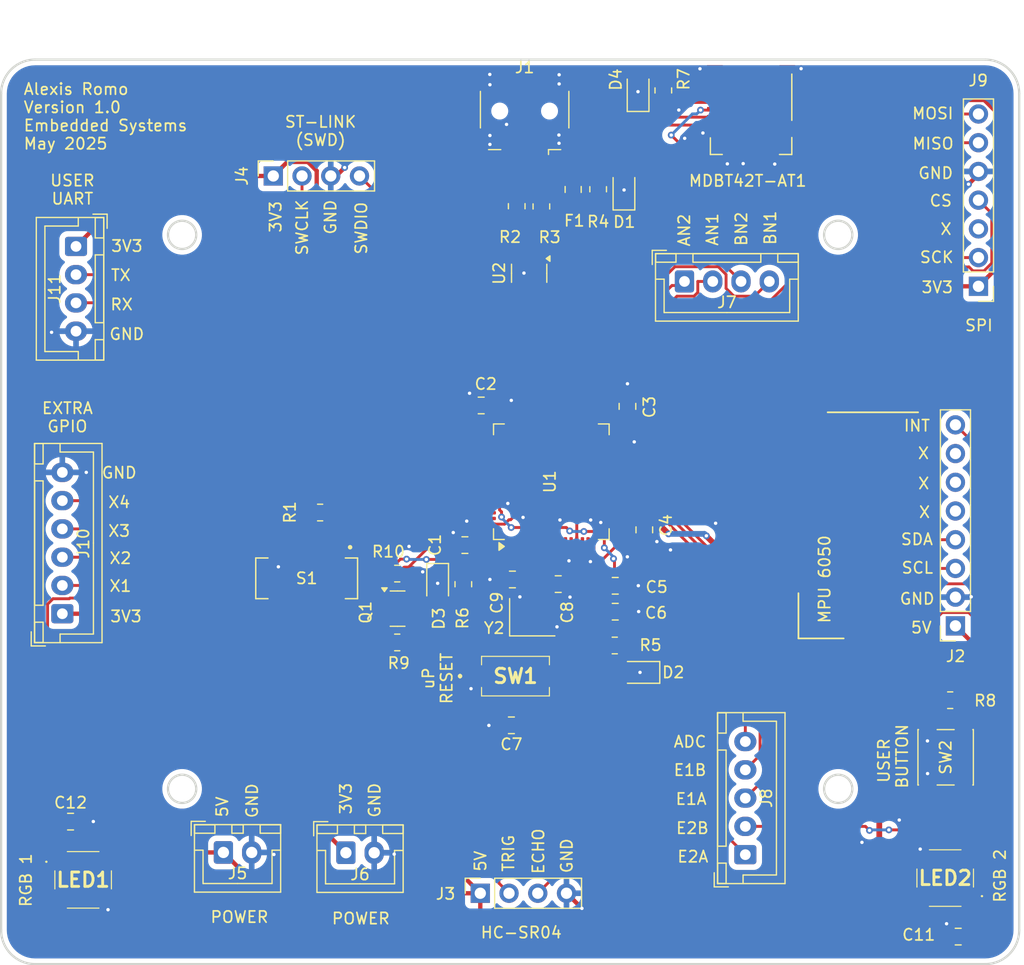
<source format=kicad_pcb>
(kicad_pcb (version 20241229) (generator "pcbnew") (generator_version "9.0")
  (layers (0 "F.Cu" signal) (2 "B.Cu" signal) (13 "F.Paste" user) (15 "B.Paste" user) (5 "F.SilkS" user "F.Silkscreen") (7 "B.SilkS" user "B.Silkscreen") (1 "F.Mask" user) (3 "B.Mask" user) (25 "Edge.Cuts" user))
  (net 0 "")
  (net 2 "/PS2_SCK")
  (net 3 "/PS2_MISO")
  (net 5 "/PS2_CS")
  (net 6 "/PS2_MOSI")
  (net 7 "Net-(U1-PA1)")
  (net 9 "/X4")
  (net 10 "/X3")
  (net 11 "/X1")
  (net 12 "/X2")
  (net 13 "/USER_TX")
  (net 16 "/USER_RX")
  (net 21 "/RESET")
  (net 28 "+3V3")
  (net 29 "GND")
  (net 33 "Net-(R1-Pad2)")
  (net 34 "/BOOT")
  (net 35 "/OSC_OUT")
  (net 36 "/OSC_IN")
  (net 37 "Net-(D1-A)")
  (net 39 "/D+")
  (net 40 "/D-")
  (net 41 "Net-(J1-VBUS)")
  (net 42 "/USB_CONN_D+")
  (net 43 "/USB_CONN_D-")
  (net 44 "Vusb")
  (net 45 "/USB_D+")
  (net 46 "/USB_D-")
  (net 47 "Net-(D2-A)")
  (net 48 "Net-(D3-A)")
  (net 49 "/USER_LED")
  (net 51 "+5V")
  (net 52 "/IMU_INT")
  (net 54 "/IMU_I2C_SCL")
  (net 56 "/IMU_I2C_SDA")
  (net 65 "Net-(D4-A)")
  (net 66 "/BL_WAKEUP")
  (net 67 "/BL_RX")
  (net 68 "/BL_TX")
  (net 69 "Net-(MDBT42T-AT1-INDICATOR)")
  (net 70 "/ULTRA_TRIG")
  (net 71 "/ULTRA_ECHO")
  (net 72 "/SWCLK")
  (net 73 "/SWDIO")
  (net 74 "/uBUTTON")
  (net 75 "/BN1")
  (net 76 "/AN1")
  (net 77 "/AN2")
  (net 78 "/BN2")
  (net 79 "/E2A")
  (net 80 "/E2B")
  (net 81 "/E1A")
  (net 82 "/E1B")
  (net 83 "/PWR_ADC")
  (net 84 "Net-(LED1-DOUT)")
  (net 85 "Net-(LED1-DIN)")
  (net 87 "/RGB_DIN")
  (footprint "Resistor_SMD:R_0805_2012Metric_Pad1.20x1.40mm_HandSolder" (layer "F.Cu") (at 137.68 42.715 -90)
    (property "Reference" "R2")
    (property "Value" "22")
  )
  (footprint "Package_QFP:LQFP-64_10x10mm_P0.5mm" (layer "F.Cu") (at 140.74 67.085 90)
    (property "Reference" "U1")
    (property "Value" "STM32F103RCTx")
  )
  (footprint "Resistor_SMD:R_0805_2012Metric_Pad1.20x1.40mm_HandSolder" (layer "F.Cu") (at 127.1175 81.3 180)
    (property "Reference" "R9")
    (property "Value" "10k")
  )
  (footprint "Resistor_SMD:R_0805_2012Metric_Pad1.20x1.40mm_HandSolder" (layer "F.Cu") (at 139.86 42.735 90)
    (property "Reference" "R3")
    (property "Value" "22")
  )
  (footprint "Capacitor_SMD:C_0805_2012Metric_Pad1.18x1.45mm_HandSolder" (layer "F.Cu") (at 98.2375 97.15)
    (property "Reference" "C12")
    (property "Value" "0.1uF")
  )
  (footprint "Connector_JST:JST_XH_B2B-XH-A_1x02_P2.50mm_Vertical" (layer "F.Cu") (at 122.58 99.9)
    (property "Reference" "J6")
    (property "Value" "CONN_3V3")
  )
  (footprint "Connector_PinHeader_2.54mm:PinHeader_1x07_P2.54mm_Vertical" (layer "F.Cu") (at 178.5 49.8 180)
    (property "Reference" "J9")
    (property "Value" "CONN_PS2")
  )
  (footprint "Connector_JST:JST_XH_B5B-XH-A_1x05_P2.50mm_Vertical" (layer "F.Cu") (at 157.89 100.07 90)
    (property "Reference" "J8")
    (property "Value" "CONN_HAL")
  )
  (footprint "Connector_PinSocket_2.54mm:PinSocket_1x08_P2.54mm_Vertical" (layer "F.Cu") (at 176.465 79.835 180)
    (property "Reference" "J2")
    (property "Value" "CONN_MPU6050")
  )
  (footprint "LED_SMD:LED_0805_2012Metric_Pad1.15x1.40mm_HandSolder" (layer "F.Cu") (at 148.41 32.475 90)
    (property "Reference" "D4")
    (property "Value" "BL_IND_LED")
  )
  (footprint "Package_TO_SOT_SMD:SOT-23" (layer "F.Cu") (at 127.1475 78.31)
    (property "Reference" "Q1")
    (property "Value" "BSS138")
  )
  (footprint "LED_SMD:LED_0805_2012Metric_Pad1.15x1.40mm_HandSolder" (layer "F.Cu") (at 130.69 76.18 -90)
    (property "Reference" "D3")
    (property "Value" "USER_LED")
  )
  (footprint "Resistor_SMD:R_0805_2012Metric_Pad1.20x1.40mm_HandSolder" (layer "F.Cu") (at 146.3475 81.57)
    (property "Reference" "R5")
    (property "Value" "10k")
  )
  (footprint "RGB_LED:INPI55TATPRPGPB" (layer "F.Cu") (at 99.35 102.3)
    (property "Reference" "LED1")
    (property "Value" "IN-PI55TATPRPGPB" (hide yes))
  )
  (footprint "Fuse:Fuse_0805_2012Metric_Pad1.15x1.40mm_HandSolder" (layer "F.Cu") (at 142.67 41.235 -90)
    (property "Reference" "F1")
    (property "Value" "PTCSMD")
  )
  (footprint "Capacitor_SMD:C_0805_2012Metric_Pad1.18x1.45mm_HandSolder" (layer "F.Cu") (at 137.3 75.73 180)
    (property "Reference" "C9")
    (property "Value" "22pF")
  )
  (footprint "Resistor_SMD:R_0805_2012Metric_Pad1.20x1.40mm_HandSolder" (layer "F.Cu") (at 127.1175 75.21 180)
    (property "Reference" "R10")
    (property "Value" "10k")
  )
  (footprint "Connector_PinSocket_2.54mm:PinSocket_1x04_P2.54mm_Vertical" (layer "F.Cu") (at 116.16 40.04 90)
    (property "Reference" "J4")
    (property "Value" "CONN_SWD")
  )
  (footprint "Resistor_SMD:R_0805_2012Metric_Pad1.20x1.40mm_HandSolder" (layer "F.Cu") (at 176 86.41)
    (property "Reference" "R8")
    (property "Value" "10k")
  )
  (footprint "Connector_JST:JST_XH_B4B-XH-A_1x04_P2.50mm_Vertical" (layer "F.Cu") (at 98.72 46.27 -90)
    (property "Reference" "J11")
    (property "Value" "CONN_UART")
  )
  (footprint "MDBT42T-AT:MDBT42T" (layer "F.Cu") (at 158.4 32.54)
    (property "Reference" "MDBT42T-AT1" (hide yes))
    (property "Value" "MDBT42T-AT" (hide yes))
  )
  (footprint "Capacitor_SMD:C_0805_2012Metric_Pad1.18x1.45mm_HandSolder" (layer "F.Cu") (at 134.54 60.34 180)
    (property "Reference" "C2")
    (property "Value" "0.1uF")
  )
  (footprint "Resistor_SMD:R_0805_2012Metric_Pad1.20x1.40mm_HandSolder" (layer "F.Cu") (at 132.96 76.15 -90)
    (property "Reference" "R6")
    (property "Value" "10k")
  )
  (footprint "Resistor_SMD:R_0805_2012Metric_Pad1.20x1.40mm_HandSolder" (layer "F.Cu") (at 150.64 32.475 90)
    (property "Reference" "R7")
    (property "Value" "10k")
  )
  (footprint "Capacitor_SMD:C_0805_2012Metric_Pad1.18x1.45mm_HandSolder" (layer "F.Cu") (at 148.96 71.34 -90)
    (property "Reference" "C4")
    (property "Value" "0.1uF")
  )
  (footprint "Package_TO_SOT_SMD:SOT-23-6" (layer "F.Cu") (at 138.78 48.6475 -90)
    (property "Reference" "U2")
    (property "Value" "USBLC6-2SC6")
  )
  (footprint "Capacitor_SMD:C_0805_2012Metric_Pad1.18x1.45mm_HandSolder" (layer "F.Cu") (at 146.39 76.29)
    (property "Reference" "C5")
    (property "Value" "0.1uF")
  )
  (footprint "Connector_PinSocket_2.54mm:PinSocket_1x04_P2.54mm_Vertical" (layer "F.Cu") (at 134.46 103.485 90)
    (property "Reference" "J3")
    (property "Value" "CONN_ULTRA")
  )
  (footprint "Connector_JST:JST_XH_B4B-XH-A_1x04_P2.50mm_Vertical" (layer "F.Cu") (at 152.51 49.37)
    (property "Reference" "J7")
    (property "Value" "CONN_DRIVE")
  )
  (footprint "Crystal:Crystal_SMD_Abracon_ABM8G-4Pin_3.2x2.5mm" (layer "F.Cu") (at 139.0525 79.07)
    (property "Reference" "Y2")
    (property "Value" "16MHz")
  )
  (footprint "SW_uP_Reset:SW_uP_Reset" (layer "F.Cu") (at 137.57 84.28)
    (property "Reference" "SW1")
    (property "Value" "SW_uP_Reset" (hide yes))
  )
  (footprint "Capacitor_SMD:C_0805_2012Metric_Pad1.18x1.45mm_HandSolder" (layer "F.Cu") (at 146.39 78.58)
    (property "Reference" "C6")
    (property "Value" "10uF")
  )
  (footprint "Connector_JST:JST_XH_B2B-XH-A_1x02_P2.50mm_Vertical" (layer "F.Cu") (at 111.75 99.875)
    (property "Reference" "J5")
    (property "Value" "CONN_5V")
  )
  (footprint "LED_SMD:LED_0805_2012Metric_Pad1.15x1.40mm_HandSolder" (layer "F.Cu") (at 148.4675 83.95 180)
    (property "Reference" "D2")
    (property "Value" "uP_PWR_LED")
  )
  (footprint "Capacitor_SMD:C_0805_2012Metric_Pad1.18x1.45mm_HandSolder" (layer "F.Cu") (at 133.1 72.69 180)
    (property "Reference" "C1")
    (property "Value" "0.1uF")
  )
  (footprint "RGB_LED:INPI55TATPRPGPB" (layer "F.Cu") (at 175.56 102.14 180)
    (property "Reference" "LED2")
    (property "Value" "IN-PI55TATPRPGPB" (hide yes))
  )
  (footprint "Capacitor_SMD:C_0805_2012Metric_Pad1.18x1.45mm_HandSolder" (layer "F.Cu") (at 141.35 76.14)
    (property "Reference" "C8")
    (property "Value" "22pF")
  )
  (footprint "Resistor_SMD:R_0805_2012Metric_Pad1.20x1.40mm_HandSolder" (layer "F.Cu") (at 120.3 69.81 180)
    (property "Reference" "R1")
    (property "Value" "10k")
  )
  (footprint "Connector_JST:JST_XH_B6B-XH-A_1x06_P2.50mm_Vertical" (layer "F.Cu") (at 97.51 78.76 90)
    (property "Reference" "J10")
    (property "Value" "CONN_TRACK")
  )
  (footprint "Capacitor_SMD:C_0805_2012Metric_Pad1.18x1.45mm_HandSolder" (layer "F.Cu") (at 147.47 60.42 90)
    (property "Reference" "C3")
    (property "Value" "0.1uF")
  )
  (footprint "Button_Switch_SMD:SW_SPST_PTS647_Sx50" (layer "F.Cu") (at 175.6 91.46 -90)
    (property "Reference" "SW2")
    (property "Value" "SW_USER")
  )
  (footprint "LED_SMD:LED_0805_2012Metric_Pad1.15x1.40mm_HandSolder" (layer "F.Cu") (at 147.16 41.185 90)
    (property "Reference" "D1")
    (property "Value" "USB_PWR_LED")
  )
  (footprint "SW_uP_Boot:SW_uP_Boot" (layer "F.Cu") (at 119.11 75.63 180)
    (property "Reference" "S1")
    (property "Value" "JS202011SCQN")
  )
  (footprint "Capacitor_SMD:C_0805_2012Metric_Pad1.18x1.45mm_HandSolder" (layer "F.Cu") (at 176.71 107.32 180)
    (property "Reference" "C11")
    (property "Value" "0.1uF")
  )
  (footprint "Connector_USB:USB_Mini-B_Lumberg_2486_01_Horizontal" (layer "F.Cu") (at 138.38 34.3 180)
    (property "Reference" "J1")
    (property "Value" "USB_B_Mini")
  )
  (footprint "Capacitor_SMD:C_0805_2012Metric_Pad1.18x1.45mm_HandSolder" (layer "F.Cu") (at 137.21 88.63 180)
    (property "Reference" "C7")
    (property "Value" "0.01uF")
  )
  (footprint "Resistor_SMD:R_0805_2012Metric_Pad1.20x1.40mm_HandSolder" (layer "F.Cu") (at 144.88 41.215 90)
    (property "Reference" "R4")
    (property "Value" "10k")
  )
  (gr_line (start 162.585 80.945) (end 166.585 80.945) (stroke (width 0.15)) (layer "F.SilkS"))
  (gr_line (start 162.585 80.945) (end 162.585 76.945) (stroke (width 0.15)) (layer "F.SilkS"))
  (gr_line (start 173.165 60.945) (end 165.165 60.945) (stroke (width 0.15)) (layer "F.SilkS"))
  (gr_arc (start 179.1 29.750001) (mid 181.22132 30.628681) (end 182.1 32.750001) (stroke (width 0.2)) (layer "Edge.Cuts"))
  (gr_arc (start 182.1 106.750001) (mid 181.22132 108.871321) (end 179.1 109.750001) (stroke (width 0.2)) (layer "Edge.Cuts"))
  (gr_line (start 179.1 29.750001) (end 95.100001 29.750001) (stroke (width 0.2)) (layer "Edge.Cuts"))
  (gr_circle (center 108.1 94.250001) (end 109.35 94.250001) (stroke (width 0.2)) (fill no) (layer "Edge.Cuts"))
  (gr_circle (center 108.1 45.250001) (end 109.35 45.250001) (stroke (width 0.2)) (fill no) (layer "Edge.Cuts"))
  (gr_line (start 179.1 109.750001) (end 95.100001 109.750001) (stroke (width 0.2)) (layer "Edge.Cuts"))
  (gr_arc (start 95.100001 109.750001) (mid 92.97868 108.871321) (end 92.1 106.75) (stroke (width 0.2)) (layer "Edge.Cuts"))
  (gr_arc (start 92.1 32.750002) (mid 92.97868 30.628681) (end 95.100001 29.750001) (stroke (width 0.2)) (layer "Edge.Cuts"))
  (gr_line (start 182.1 106.750001) (end 182.1 32.750001) (stroke (width 0.2)) (layer "Edge.Cuts"))
  (gr_circle (center 166.1 94.250001) (end 167.35 94.250001) (stroke (width 0.2)) (fill no) (layer "Edge.Cuts"))
  (gr_circle (center 166.1 45.250001) (end 167.35 45.250001) (stroke (width 0.2)) (fill no) (layer "Edge.Cuts"))
  (gr_line (start 92.1 106.75) (end 92.1 32.750002) (stroke (width 0.2)) (layer "Edge.Cuts"))
  (gr_text "5V" (at 111.65 95.84 90) (layer "F.SilkS") (effects (font (size 1 1))))
  (gr_text "X2" (at 102.65 73.85 0) (layer "F.SilkS") (effects (font (size 1 1))))
  (gr_text "ECHO" (at 139.6 99.77 90) (layer "F.SilkS") (effects (font (size 1 1))))
  (gr_text "E1B" (at 153 92.59 0) (layer "F.SilkS") (effects (font (size 1 1))))
  (gr_text "AN1" (at 154.98 44.77 90) (layer "F.SilkS") (effects (font (size 1 1))))
  (gr_text "X" (at 173.73 69.78 0) (layer "F.SilkS") (effects (font (size 1 1))))
  (gr_text "GND" (at 121.22 43.68 90) (layer "F.SilkS") (effects (font (size 1 1))))
  (gr_text "MOSI" (at 174.46 34.51 0) (layer "F.SilkS") (effects (font (size 1 1))))
  (gr_text "3V3" (at 103.22 46.24 0) (layer "F.SilkS") (effects (font (size 1 1))))
  (gr_text "E2A" (at 153.25 100.25 0) (layer "F.SilkS") (effects (font (size 1 1))))
  (gr_text "TX" (at 102.68 48.82 0) (layer "F.SilkS") (effects (font (size 1 1))))
  (gr_text "GND" (at 103.21 54.03 0) (layer "F.SilkS") (effects (font (size 1 1))))
  (gr_text "Alexis Romo\nVersion 1.0\nEmbedded Systems\nMay 2025" (at 94.012119 34.773208 0) (layer "F.SilkS") (effects (font (size 1 1)) (justify left)))
  (gr_text "HC-SR04" (at 138.08 106.96 0) (layer "F.SilkS") (effects (font (size 1 1))))
  (gr_text "3V3" (at 116.37 43.65 90) (layer "F.SilkS") (effects (font (size 1 1))))
  (gr_text "E1A" (at 153.1 95.15 0) (layer "F.SilkS") (effects (font (size 1 1))))
  (gr_text "X" (at 175.63 44.74 0) (layer "F.SilkS") (effects (font (size 1 1))))
  (gr_text "RX" (at 102.75 51.41 0) (layer "F.SilkS") (effects (font (size 1 1))))
  (gr_text "X4" (at 102.54 68.9 0) (layer "F.SilkS") (effects (font (size 1 1))))
  (gr_text "SCL" (at 173.1 74.7 0) (layer "F.SilkS") (effects (font (size 1 1))))
  (gr_text "SDA" (at 173.06 72.18 0) (layer "F.SilkS") (effects (font (size 1 1))))
  (gr_text "POWER" (at 123.9 105.72 0) (layer "F.SilkS") (effects (font (size 1 1))))
  (gr_text "GND" (at 125.12 95.26 90) (layer "F.SilkS") (effects (font (size 1 1))))
  (gr_text "3V3" (at 174.86 49.89 0) (layer "F.SilkS") (effects (font (size 1 1))))
  (gr_text "GND" (at 114.29 95.3 90) (layer "F.SilkS") (effects (font (size 1 1))))
  (gr_text "3V3" (at 103.14 79 0) (layer "F.SilkS") (effects (font (size 1 1))))
  (gr_text "MPU 6050" (at 165.485 79.685 90) (layer "F.SilkS") (effects (font (size 1 1)) (justify left bottom)))
  (gr_text "ADC" (at 153 90.09 0) (layer "F.SilkS") (effects (font (size 1 1))))
  (gr_text "uP \nRESET " (at 130.68 84.1 90) (layer "F.SilkS") (effects (font (size 1 1))))
  (gr_text "RGB 1" (at 94.29 102.33 90) (layer "F.SilkS") (effects (font (size 1 1))))
  (gr_text "5V" (at 173.45 79.99 0) (layer "F.SilkS") (effects (font (size 1 1))))
  (gr_text "INT" (at 173.06 62.13 0) (layer "F.SilkS") (effects (font (size 1 1))))
  (gr_text "SWDIO" (at 123.94 44.66 90) (layer "F.SilkS") (effects (font (size 1 1))))
  (gr_text "GND" (at 173.08 77.44 0) (layer "F.SilkS") (effects (font (size 1 1))))
  (gr_text "3V3" (at 122.58 95.11 90) (layer "F.SilkS") (effects (font (size 1 1))))
  (gr_text "SCK" (at 174.81 47.23 0) (layer "F.SilkS") (effects (font (size 1 1))))
  (gr_text "USER\nUART" (at 98.4 41.25 0) (layer "F.SilkS") (effects (font (size 1 1))))
  (gr_text "TRIG" (at 136.95 99.95 90) (layer "F.SilkS") (effects (font (size 1 1))))
  (gr_text "EXTRA\nGPIO" (at 97.96 61.39 0) (layer "F.SilkS") (effects (font (size 1 1))))
  (gr_text "GND\n" (at 174.72 39.79 0) (layer "F.SilkS") (effects (font (size 1 1))))
  (gr_text "GND" (at 102.54 66.29 0) (layer "F.SilkS") (effects (font (size 1 1))))
  (gr_text "X3" (at 102.54 71.44 0) (layer "F.SilkS") (effects (font (size 1 1))))
  (gr_text "X1" (at 102.65 76.31 0) (layer "F.SilkS") (effects (font (size 1 1))))
  (gr_text "X" (at 173.66 67.24 0) (layer "F.SilkS") (effects (font (size 1 1))))
  (gr_text "CS" (at 175.17 42.23 0) (layer "F.SilkS") (effects (font (size 1 1))))
  (gr_text "USER \nBUTTON" (at 170.95 91.37 90) (layer "F.SilkS") (effects (font (size 1 1))))
  (gr_text "BN1" (at 160.1 44.63 90) (layer "F.SilkS") (effects (font (size 1 1))))
  (gr_text "MISO" (at 174.49 37.18 0) (layer "F.SilkS") (effects (font (size 1 1))))
  (gr_text "X" (at 173.64 64.57 0) (layer "F.SilkS") (effects (font (size 1 1))))
  (gr_text "SPI" (at 178.54 53.26 0) (layer "F.SilkS") (effects (font (size 1 1))))
  (gr_text "MDBT42T-AT1" (at 158.1 40.47 0) (layer "F.SilkS") (effects (font (size 1 1))))
  (gr_text "GND" (at 142.11 100.17 90) (layer "F.SilkS") (effects (font (size 1 1))))
  (gr_text "AN2" (at 152.49 44.83 90) (layer "F.SilkS") (effects (font (size 1 1))))
  (gr_text "SWCLK" (at 118.71 44.6 90) (layer "F.SilkS") (effects (font (size 1 1))))
  (gr_text "ST-LINK\n(SWD)" (at 120.34 36.06 0) (layer "F.SilkS") (effects (font (size 1 1))))
  (gr_text "5V" (at 134.48 100.64 90) (layer "F.SilkS") (effects (font (size 1 1))))
  (gr_text "POWER" (at 113.17 105.59 0) (layer "F.SilkS") (effects (font (size 1 1))))
  (gr_text "RGB 2" (at 180.4 101.94 90) (layer "F.SilkS") (effects (font (size 1 1))))
  (gr_text "E2B" (at 153.21 97.73 0) (layer "F.SilkS") (effects (font (size 1 1))))
  (gr_text "BN2" (at 157.54 44.72 90) (layer "F.SilkS") (effects (font (size 1 1))))
  (segment (start 152.226936 52.226936) (end 160.230944 52.226936) (width 0.254) (layer "F.Cu") (net 2))
  (segment (start 165.19788 47.26) (end 178.5 47.26) (width 0.254) (layer "F.Cu") (net 2))
  (segment (start 143.99 61.41) (end 143.99 59.714925) (width 0.254) (layer "F.Cu") (net 2))
  (segment (start 160.230944 52.226936) (end 165.19788 47.26) (width 0.254) (layer "F.Cu") (net 2))
  (segment (start 150.005469 53.699456) (end 150.754416 53.699456) (width 0.254) (layer "F.Cu") (net 2))
  (segment (start 150.754416 53.699456) (end 152.226936 52.226936) (width 0.254) (layer "F.Cu") (net 2))
  (segment (start 143.99 59.714925) (end 150.005469 53.699456) (width 0.254) (layer "F.Cu") (net 2))
  (segment (start 160.231412 51.583) (end 162.311232 49.50318) (width 0.254) (layer "F.Cu") (net 3))
  (segment (start 143.49 61.41) (end 143.49 59.571457) (width 0.254) (layer "F.Cu") (net 3))
  (segment (start 152.227404 51.583) (end 160.231412 51.583) (width 0.254) (layer "F.Cu") (net 3))
  (segment (start 162.311232 49.50318) (end 162.311232 46.080889) (width 0.254) (layer "F.Cu") (net 3))
  (segment (start 150.565948 53.244456) (end 152.227404 51.583) (width 0.254) (layer "F.Cu") (net 3))
  (segment (start 171.292121 37.1) (end 178.5 37.1) (width 0.254) (layer "F.Cu") (net 3))
  (segment (start 149.817001 53.244456) (end 150.565948 53.244456) (width 0.254) (layer "F.Cu") (net 3))
  (segment (start 143.49 59.571457) (end 149.817001 53.244456) (width 0.254) (layer "F.Cu") (net 3))
  (segment (start 162.311232 46.080889) (end 171.292121 37.1) (width 0.254) (layer "F.Cu") (net 3))
  (segment (start 178.012056 48.438) (end 178.987944 48.438) (width 0.254) (layer "F.Cu") (net 5))
  (segment (start 177.662323 48.088267) (end 178.012056 48.438) (width 0.254) (layer "F.Cu") (net 5))
  (segment (start 152.453572 52.681936) (end 160.514089 52.681936) (width 0.254) (layer "F.Cu") (net 5))
  (segment (start 144.49 59.935376) (end 150.27092 54.154456) (width 0.254) (layer "F.Cu") (net 5))
  (segment (start 178.987944 48.438) (end 179.678 47.747944) (width 0.254) (layer "F.Cu") (net 5))
  (segment (start 165.107758 48.088267) (end 177.662323 48.088267) (width 0.254) (layer "F.Cu") (net 5))
  (segment (start 144.49 61.41) (end 144.49 59.935376) (width 0.254) (layer "F.Cu") (net 5))
  (segment (start 150.981052 54.154456) (end 152.453572 52.681936) (width 0.254) (layer "F.Cu") (net 5))
  (segment (start 160.514089 52.681936) (end 165.107758 48.088267) (width 0.254) (layer "F.Cu") (net 5))
  (segment (start 179.678 47.747944) (end 179.678 43.358) (width 0.254) (layer "F.Cu") (net 5))
  (segment (start 179.678 43.358) (end 178.5 42.18) (width 0.254) (layer "F.Cu") (net 5))
  (segment (start 150.27092 54.154456) (end 150.981052 54.154456) (width 0.254) (layer "F.Cu") (net 5))
  (segment (start 161.67059 49.500354) (end 161.67059 45.906892) (width 0.254) (layer "F.Cu") (net 6))
  (segment (start 142.99 59.427989) (end 149.628534 52.789456) (width 0.254) (layer "F.Cu") (net 6))
  (segment (start 150.37748 52.789456) (end 152.038936 51.128) (width 0.254) (layer "F.Cu") (net 6))
  (segment (start 173.017482 34.56) (end 178.5 34.56) (width 0.254) (layer "F.Cu") (net 6))
  (segment (start 161.67059 45.906892) (end 173.017482 34.56) (width 0.254) (layer "F.Cu") (net 6))
  (segment (start 142.99 61.41) (end 142.99 59.427989) (width 0.254) (layer "F.Cu") (net 6))
  (segment (start 160.042944 51.128) (end 161.67059 49.500354) (width 0.254) (layer "F.Cu") (net 6))
  (segment (start 149.628534 52.789456) (end 150.37748 52.789456) (width 0.254) (layer "F.Cu") (net 6))
  (segment (start 152.038936 51.128) (end 160.042944 51.128) (width 0.254) (layer "F.Cu") (net 6))
  (segment (start 143.99 72.76) (end 144.49 72.76) (width 0.254) (layer "F.Cu") (net 7))
  (segment (start 97.51 68.76) (end 114.71774 68.76) (width 0.254) (layer "F.Cu") (net 9))
  (segment (start 118.14274 65.335) (end 135.065 65.335) (width 0.254) (layer "F.Cu") (net 9))
  (segment (start 114.71774 68.76) (end 118.14274 65.335) (width 0.254) (layer "F.Cu") (net 9))
  (segment (start 112.861208 71.26) (end 118.286208 65.835) (width 0.254) (layer "F.Cu") (net 10))
  (segment (start 118.286208 65.835) (end 135.065 65.835) (width 0.254) (layer "F.Cu") (net 10))
  (segment (start 97.51 71.26) (end 112.861208 71.26) (width 0.254) (layer "F.Cu") (net 10))
  (segment (start 109.361178 76.26) (end 118.786178 66.835) (width 0.254) (layer "F.Cu") (net 11))
  (segment (start 118.786178 66.835) (end 135.065 66.835) (width 0.254) (layer "F.Cu") (net 11))
  (segment (start 97.51 76.26) (end 109.361178 76.26) (width 0.254) (layer "F.Cu") (net 11))
  (segment (start 118.64271 66.335) (end 135.065 66.335) (width 0.254) (layer "F.Cu") (net 12))
  (segment (start 97.51 73.76) (end 111.21771 73.76) (width 0.254) (layer "F.Cu") (net 12))
  (segment (start 111.21771 73.76) (end 118.64271 66.335) (width 0.254) (layer "F.Cu") (net 12))
  (segment (start 98.72 48.77) (end 116.475208 48.77) (width 0.254) (layer "F.Cu") (net 13))
  (segment (start 132.040208 64.335) (end 135.065 64.335) (width 0.254) (layer "F.Cu") (net 13))
  (segment (start 116.475208 48.77) (end 132.040208 64.335) (width 0.254) (layer "F.Cu") (net 13))
  (segment (start 98.73316 51.25684) (end 118.116237 51.25684) (width 0.254) (layer "F.Cu") (net 16))
  (segment (start 131.694397 64.835) (end 135.065 64.835) (width 0.254) (layer "F.Cu") (net 16))
  (segment (start 118.116237 51.25684) (end 131.694397 64.835) (width 0.254) (layer "F.Cu") (net 16))
  (segment (start 98.72 51.27) (end 98.73316 51.25684) (width 0.254) (layer "F.Cu") (net 16))
  (segment (start 141.868 83.332) (end 140.92 84.28) (width 0.254) (layer "F.Cu") (net 21))
  (segment (start 140.599861 88.63) (end 140.92 88.309861) (width 0.381) (layer "F.Cu") (net 21))
  (segment (start 140.92 88.309861) (end 140.92 84.28) (width 0.381) (layer "F.Cu") (net 21))
  (segment (start 139.99 74.066532) (end 141.410734 75.487266) (width 0.254) (layer "F.Cu") (net 21))
  (segment (start 138.2475 88.63) (end 140.599861 88.63) (width 0.381) (layer "F.Cu") (net 21))
  (segment (start 141.868 79.659873) (end 141.868 83.332) (width 0.254) (layer "F.Cu") (net 21))
  (segment (start 141.410734 79.202607) (end 141.868 79.659873) (width 0.254) (layer "F.Cu") (net 21))
  (segment (start 141.410734 75.487266) (end 141.410734 79.202607) (width 0.254) (layer "F.Cu") (net 21))
  (segment (start 139.99 72.76) (end 139.99 74.066532) (width 0.254) (layer "F.Cu") (net 21))
  (segment (start 180.1965 34.500753) (end 179.014247 33.3185) (width 0.381) (layer "F.Cu") (net 28))
  (segment (start 127.397812 73.929688) (end 126.1175 75.21) (width 0.254) (layer "F.Cu") (net 28))
  (segment (start 119.9985 44.761) (end 135.5775 60.34) (width 0.381) (layer "F.Cu") (net 28))
  (segment (start 147.295 63.335) (end 147.47 63.16) (width 0.254) (layer "F.Cu") (net 28))
  (segment (start 133.78 71.21) (end 133.78 72.3325) (width 0.254) (layer "F.Cu") (net 28))
  (segment (start 122.88 72.88) (end 125.21 75.21) (width 0.381) (layer "F.Cu") (net 28))
  (segment (start 120.16 97.48) (end 106.553 97.48) (width 0.381) (layer "F.Cu") (net 28))
  (segment (start 178.5 49.8) (end 180.1965 48.1035) (width 0.381) (layer "F.Cu") (net 28))
  (segment (start 106.553 97.48) (end 102.4415 101.5915) (width 0.381) (layer "F.Cu") (net 28))
  (segment (start 119.9985 39.582753) (end 119.9985 44.761) (width 0.381) (layer "F.Cu") (net 28))
  (segment (start 145.3525 78.58) (end 145.3525 76.29) (width 0.508) (layer "F.Cu") (net 28))
  (segment (start 121.61 72.88) (end 122.88 72.88) (width 0.381) (layer "F.Cu") (net 28))
  (segment (start 135.6475 60.27) (end 135.5775 60.34) (width 0.254) (layer "F.Cu") (net 28))
  (segment (start 148.4925 69.835) (end 148.96 70.3025) (width 0.254) (layer "F.Cu") (net 28))
  (segment (start 113.437929 78.76) (end 117.676429 74.5215) (width 0.381) (layer "F.Cu") (net 28))
  (segment (start 119.9685 74.5215) (end 121.61 72.88) (width 0.381) (layer "F.Cu") (net 28))
  (segment (start 168.966531 86.41) (end 154.446405 71.889874) (width 0.508) (layer "F.Cu") (net 28))
  (segment (start 147.47 63.16) (end 147.47 61.4575) (width 0.254) (layer "F.Cu") (net 28))
  (segment (start 142.52 69.835) (end 139.372135 69.835) (width 0.254) (layer "F.Cu") (net 28))
  (segment (start 142.99 72.76) (end 142.99 70.305) (width 0.254) (layer "F.Cu") (net 28))
  (segment (start 127.945473 73.929688) (end 127.397812 73.929688) (width 0.254) (layer "F.Cu") (net 28))
  (segment (start 142.99 72.76) (end 142.99 71.912992) (width 0.254) (layer "F.Cu") (net 28))
  (segment (start 97.51 78.76) (end 113.437929 78.76) (width 0.381) (layer "F.Cu") (net 28))
  (segment (start 137.012 61.432) (end 136.99 61.41) (width 0.254) (layer "F.Cu") (net 28))
  (segment (start 117.676429 74.5215) (end 119.9685 74.5215) (width 0.381) (layer "F.Cu") (net 28))
  (segment (start 137.012 62.279008) (end 137.012 61.432) (width 0.254) (layer "F.Cu") (net 28))
  (segment (start 142.99 70.305) (end 142.52 69.835) (width 0.254) (layer "F.Cu") (net 28))
  (segment (start 116.16 40.04) (end 104.95 40.04) (width 0.381) (layer "F.Cu") (net 28))
  (segment (start 137.191559 62.458567) (end 137.012 62.279008) (width 0.254) (layer "F.Cu") (net 28))
  (segment (start 145.3475 94.702) (end 155 104.3545) (width 0.508) (layer "F.Cu") (net 28))
  (segment (start 139.372135 69.835) (end 138.747135 69.21) (width 0.254) (layer "F.Cu") (net 28))
  (segment (start 136.66 60.27) (end 135.6475 60.27) (width 0.254) (layer "F.Cu") (net 28))
  (segment (start 154.446405 71.889874) (end 154.446405 71.868956) (width 0.508) (layer "F.Cu") (net 28))
  (segment (start 102.4415 101.5915) (end 100.6585 101.5915) (width 0.381) (layer "F.Cu") (net 28))
  (segment (start 136.99 61.41) (end 136.99 60.6) (width 0.254) (layer "F.Cu") (net 28))
  (segment (start 136.99 70.45) (end 136.605 70.835) (width 0.254) (layer "F.Cu") (net 28))
  (segment (start 169.732626 87.877374) (end 171.2 86.41) (width 0.508) (layer "F.Cu") (net 28))
  (segment (start 144.93 69.385) (end 144.48 69.835) (width 0.254) (layer "F.Cu") (net 28))
  (segment (start 178.5 49.8) (end 164.34828 49.8) (width 0.381) (layer "F.Cu") (net 28))
  (segment (start 152.69078 61.4575) (end 147.47 61.4575) (width 0.381) (layer "F.Cu") (net 28))
  (segment (start 119.214247 38.7985) (end 119.9985 39.582753) (width 0.381) (layer "F.Cu") (net 28))
  (segment (start 145.3475 81.57) (end 145.3475 94.702) (width 0.508) (layer "F.Cu") (net 28))
  (segment (start 145.155 63.335) (end 144.93 63.56) (width 0.254) (layer "F.Cu") (net 28))
  (segment (start 126.1175 76.5055) (end 126.1175 75.21) (width 0.381) (layer "F.Cu") (net 28))
  (segment (start 116.16 40.04) (end 117.4015 38.7985) (width 0.381) (layer "F.Cu") (net 28))
  (segment (start 136.99 60.6) (end 136.66 60.27) (width 0.254) (layer "F.Cu") (net 28))
  (segment (start 100.6585 98.945805) (end 119.582805 80.0215) (width 0.381) (layer "F.Cu") (net 28))
  (segment (start 169.732626 104.3545) (end 169.732626 87.877374) (width 0.508) (layer "F.Cu") (net 28))
  (segment (start 133.78 72.3325) (end 134.1375 72.69) (width 0.254) (layer "F.Cu") (net 28))
  (segment (start 137.140883 70.45) (end 136.99 70.45) (width 0.254) (layer "F.Cu") (net 28))
  (segment (start 144.48 69.835) (end 142.52 69.835) (width 0.254) (layer "F.Cu") (net 28))
  (segment (start 155 104.3545) (end 169.732626 104.3545) (width 0.508) (layer "F.Cu") (net 28))
  (segment (start 137.949985 69.21) (end 137.464992 68.725007) (width 0.254) (layer "F.Cu") (net 28))
  (segment (start 144.93 63.56) (end 144.93 69.385) (width 0.254) (layer "F.Cu") (net 28))
  (segment (start 179.014247 33.3185) (end 162.1385 33.3185) (width 0.381) (layer "F.Cu") (net 28))
  (segment (start 126.1175 77.2675) (end 126.21 77.36) (width 0.381) (layer "F.Cu") (net 28))
  (segment (start 175 86.41) (end 168.966531 86.41) (width 0.508) (layer "F.Cu") (net 28))
  (segment (start 137.191559 68.139207) (end 137.191559 62.458567) (width 0.254) (layer "F.Cu") (net 28))
  (segment (start 119.582805 80.0215) (end 122.6015 80.0215) (width 0.381) (layer "F.Cu") (net 28))
  (segment (start 138.747135 69.21) (end 137.949985 69.21) (width 0.254) (layer "F.Cu") (net 28))
  (segment (start 125.21 75.21) (end 126.1175 75.21) (width 0.381) (layer "F.Cu") (net 28))
  (segment (start 126.1175 75.21) (end 126.1175 77.2675) (width 0.381) (layer "F.Cu") (net 28))
  (segment (start 136.605 70.835) (end 135.065 70.835) (width 0.254) (layer "F.Cu") (net 28))
  (segment (start 122.58 99.9) (end 120.16 97.48) (width 0.381) (layer "F.Cu") (net 28))
  (segment (start 145.3475 78.585) (end 145.3525 78.58) (width 0.508) (layer "F.Cu") (net 28))
  (segment (start 145.3475 81.57) (end 145.3475 78.585) (width 0.508) (layer "F.Cu") (net 28))
  (segment (start 122.6015 80.0215) (end 126.1175 76.5055) (width 0.381) (layer "F.Cu") (net 28))
  (segment (start 132.867676 73.959824) (end 129.688761 73.959824) (width 0.254) (layer "F.Cu") (net 28))
  (segment (start 134.155 70.835) (end 133.78 71.21) (width 0.254) (layer "F.Cu") (net 28))
  (segment (start 146.415 69.835) (end 148.4925 69.835) (width 0.254) (layer "F.Cu") (net 28))
  (segment (start 146.415 63.335) (end 147.295 63.335) (width 0.254) (layer "F.Cu") (net 28))
  (segment (start 104.95 40.04) (end 98.72 46.27) (width 0.381) (layer "F.Cu") (net 28))
  (segment (start 149.71013 70.3025) (end 148.96 70.3025) (width 0.508) (layer "F.Cu") (net 28))
  (segment (start 137.464992 68.41264) (end 137.191559 68.139207) (width 0.254) (layer "F.Cu") (net 28))
  (segment (start 162.1385 33.3185) (end 159.8 35.657) (width 0.381) (layer "F.Cu") (net 28))
  (segment (start 159.8 35.657) (end 159.8 37.74) (width 0.381) (layer "F.Cu") (net 28))
  (segment (start 171.2 86.41) (end 175 86.41) (width 0.508) (layer "F.Cu") (net 28))
  (segment (start 151.1071 71.69947) (end 149.71013 70.3025) (width 0.508) (layer "F.Cu") (net 28))
  (segment (start 137.464992 68.725007) (end 137.464992 68.41264) (width 0.254) (layer "F.Cu") (net 28))
  (segment (start 146.415 69.835) (end 144.48 69.835) (width 0.254) (layer "F.Cu") (net 28))
  (segment (start 135.065 70.835) (end 134.155 70.835) (width 0.254) (layer "F.Cu") (net 28))
  (segment (start 146.415 63.335) (end 145.155 63.335) (width 0.254) (layer "F.Cu") (net 28))
  (segment (start 138.380883 69.21) (end 137.140883 70.45) (width 0.254) (layer "F.Cu") (net 28))
  (segment (start 117.4015 38.7985) (end 119.214247 38.7985) (width 0.381) (layer "F.Cu") (net 28))
  (segment (start 164.34828 49.8) (end 152.69078 61.4575) (width 0.381) (layer "F.Cu") (net 28))
  (segment (start 134.1375 72.69) (end 132.867676 73.959824) (width 0.254) (layer "F.Cu") (net 28))
  (segment (start 180.1965 48.1035) (end 180.1965 34.500753) (width 0.381) (layer "F.Cu") (net 28))
  (segment (start 100.6585 101.5915) (end 100.6585 98.945805) (width 0.381) (layer "F.Cu") (net 28))
  (via (at 127.945473 73.929688) (size 0.6) (drill 0.3) (layers "F.Cu" "B.Cu") (net 28))
  (via (at 154.446405 71.868956) (size 0.6) (drill 0.3) (layers "F.Cu" "B.Cu") (net 28))
  (via (at 151.1071 71.69947) (size 0.6) (drill 0.3) (layers "F.Cu" "B.Cu") (net 28))
  (via (at 129.688761 73.959824) (size 0.6) (drill 0.3) (layers "F.Cu" "B.Cu") (net 28))
  (segment (start 154.275389 71.69794) (end 151.10863 71.69794) (width 0.508) (layer "B.Cu") (net 28))
  (segment (start 151.10863 71.69794) (end 151.1071 71.69947) (width 0.508) (layer "B.Cu") (net 28))
  (segment (start 154.446405 71.868956) (end 154.275389 71.69794) (width 0.508) (layer "B.Cu") (net 28))
  (segment (start 127.975609 73.959824) (end 127.945473 73.929688) (width 0.254) (layer "B.Cu") (net 28))
  (segment (start 129.688761 73.959824) (end 127.975609 73.959824) (width 0.254) (layer "B.Cu") (net 28))
  (segment (start 145.465 70.335) (end 145.11 70.69) (width 0.254) (layer "F.Cu") (net 29))
  (segment (start 137.96 77.27) (end 137.96 78.2125) (width 0.508) (layer "F.Cu") (net 29))
  (segment (start 148.43 76.28) (end 147.4375 76.28) (width 0.508) (layer "F.Cu") (net 29))
  (segment (start 125.08 99.9) (end 126.721026 99.9) (width 0.381) (layer "F.Cu") (net 29))
  (segment (start 173.36 99.59) (end 173.35 99.58) (width 0.508) (layer "F.Cu") (net 29))
  (segment (start 135.31 75.73) (end 136.2625 75.73) (width 0.508) (layer "F.Cu") (net 29))
  (segment (start 160.5 38.98) (end 160.49 38.99) (width 0.381) (layer "F.Cu") (net 29))
  (segment (start 175.6725 106.1875) (end 175.68 106.18) (width 0.508) (layer "F.Cu") (net 29))
  (segment (start 100.24 97.15) (end 100.25 97.14) (width 0.508) (layer "F.Cu") (net 29))
  (segment (start 135.065 70.335) (end 133.495 70.335) (width 0.254) (layer "F.Cu") (net 29))
  (segment (start 125.08 99.9) (end 125.08 99.92) (width 0.381) (layer "F.Cu") (net 29))
  (segment (start 174 88.835) (end 174 90) (width 0.508) (layer "F.Cu") (net 29))
  (segment (start 160.5 37.74) (end 160.5 38.98) (width 0.381) (layer "F.Cu") (net 29))
  (segment (start 98.72 53.77) (end 96.658816 53.77) (width 0.381) (layer "F.Cu") (net 29))
  (segment (start 173.36 100.54) (end 173.36 99.59) (width 0.508) (layer "F.Cu") (net 29))
  (segment (start 137.96 78.2125) (end 137.9525 78.22) (width 0.508) (layer "F.Cu") (net 29))
  (segment (start 96.658816 53.77) (end 96.559334 53.869482) (width 0.381) (layer "F.Cu") (net 29))
  (segment (start 147.4375 78.57) (end 147.4275 78.58) (width 0.508) (layer "F.Cu") (net 29))
  (segment (start 141.24 79.92) (end 140.1525 79.92) (width 0.508) (layer "F.Cu") (net 29))
  (segment (start 136.1725 88.63) (end 135.23 88.63) (width 0.508) (layer "F.Cu") (net 29))
  (segment (start 138.78 48.17) (end 138.32 48.63) (width 0.254) (layer "F.Cu") (net 29))
  (segment (start 148.41 33.5) (end 148.41 32.595) (width 0.508) (layer "F.Cu") (net 29))
  (segment (start 138.78 47.51) (end 138.78 48.17) (width 0.254) (layer "F.Cu") (net 29))
  (segment (start 135.23 88.63) (end 135.22 88.64) (width 0.508) (layer "F.Cu") (net 29))
  (segment (start 133.51 60.3325) (end 133.5025 60.34) (width 0.508) (layer "F.Cu") (net 29))
  (segment (start 121.723385 40.04) (end 122.467056 39.296329) (width 0.381) (layer "F.Cu") (net 29))
  (segment (start 143.443394 104.821771) (end 142.106623 103.485) (width 0.381) (layer "F.Cu") (net 29))
  (segment (start 142.106623 103.485) (end 142.08 103.485) (width 0.381) (layer "F.Cu") (net 29))
  (segment (start 137.49 61.41) (end 137.49 60.18) (width 0.254) (layer "F.Cu") (net 29))
  (segment (start 133.495 70.335) (end 133.26 70.57) (width 0.254) (layer "F.Cu") (net 29))
  (segment (start 142.39 76.1425) (end 142.3875 76.14) (width 0.508) (layer "F.Cu") (net 29))
  (segment (start 99.625095 66.26) (end 97.51 66.26) (width 0.381) (layer "F.Cu") (net 29))
  (segment (start 137.49 60.18) (end 137.2 59.89) (width 0.254) (layer "F.Cu") (net 29))
  (segment (start 132.07 71.58) (end 132.07 72.6825) (width 0.508) (layer "F.Cu") (net 29))
  (segment (start 146.415 63.835) (end 147.795 63.835) (width 0.254) (layer "F.Cu") (net 29))
  (segment (start 132.07 72.6825) (end 132.0625 72.69) (width 0.508) (layer "F.Cu") (net 29))
  (segment (start 155.2 30.54) (end 155.18 30.56) (width 0.381) (layer "F.Cu") (net 29))
  (segment (start 147.795 63.835) (end 148.07 63.56) (width 0.254) (layer "F.Cu") (net 29))
  (segment (start 133.64 85.39) (end 133.64 84.86) (width 0.508) (layer "F.Cu") (net 29))
  (segment (start 174 94.085) (end 174 92.9) (width 0.508) (layer "F.Cu") (net 29))
  (segment (start 136.78 37) (end 136.78 35.48) (width 0.381) (layer "F.Cu") (net 29))
  (segment (start 116.61 74.61) (end 116.61 72.88) (width 0.508) (layer "F.Cu") (net 29))
  (segment (start 155.18 30.56) (end 153.88 30.56) (width 0.381) (layer "F.Cu") (net 29))
  (segment (start 147.17 42.2) (end 147.16 42.21) (width 0.508) (layer "F.Cu") (net 29))
  (segment (start 177.826359 77.295) (end 177.858744 77.262615) (width 0.381) (layer "F.Cu") (net 29))
  (segment (start 116.033788 99.875) (end 116.211571 100.052783) (width 0.381) (layer "F.Cu") (net 29))
  (segment (start 174 90) (end 173.99 90.01) (width 0.508) (layer "F.Cu") (net 29))
  (segment (start 142.39 77.29) (end 142.39 76.1425) (width 0.508) (layer "F.Cu") (net 29))
  (segment (start 148.9625 72.38) (end 148.96 72.3775) (width 0.508) (layer "F.Cu") (net 29))
  (segment (start 130.69 76.07) (end 130.69 75.155) (width 0.508) (layer "F.Cu") (net 29))
  (segment (start 156.3 37.74) (end 156.3 38.97) (width 0.381) (layer "F.Cu") (net 29))
  (segment (start 157.7 37.74) (end 157.7 38.95) (width 0.381) (layer "F.Cu") (net 29))
  (segment (start 125.08 99.92) (end 125 100) (width 0.381) (layer "F.Cu") (net 29))
  (segment (start 126.721026 99.9) (end 126.847417 100.026391) (width 0.381) (layer "F.Cu") (net 29))
  (segment (start 99.627328 66.257767) (end 99.625095 66.26) (width 0.381) (layer "F.Cu") (net 29))
  (segment (start 147.47 58.42) (end 147.47 59.3825) (width 0.508) (layer "F.Cu") (net 29))
  (segment (start 142.49 72.76) (end 142.49 73.89) (width 0.254) (layer "F.Cu") (net 29))
  (segment (start 133.51 59.26) (end 133.51 60.3325) (width 0.508) (layer "F.Cu") (net 29))
  (segment (start 154.140426 36.24) (end 155.2 36.24) (width 0.381) (layer "F.Cu") (net 29))
  (segment (start 178.5 39.64) (end 178.5 39.891172) (width 0.381) (layer "F.Cu") (net 29))
  (segment (start 148.58 83.95) (end 149.4925 83.95) (width 0.508) (layer "F.Cu") (net 29))
  (segment (start 175.6725 107.32) (end 175.6725 106.1875) (width 0.508) (layer "F.Cu") (net 29))
  (segment (start 178.5 39.891172) (end 177.621873 40.769299) (width 0.381) (layer "F.Cu") (net 29))
  (segment (start 176.465 77.295) (end 177.826359 77.295) (width 0.381) (layer "F.Cu") (net 29))
  (segment (start 147.17 41.28) (end 147.17 42.2) (width 0.508) (layer "F.Cu") (net 29))
  (segment (start 133.64 84.86) (end 134.22 84.28) (width 0.508) (layer "F.Cu") (net 29))
  (segment (start 121.24 40.04) (end 121.723385 40.04) (width 0.381) (layer "F.Cu") (net 29))
  (segment (start 101.55 103.9) (end 101.55 104.94) (width 0.508) (layer "F.Cu") (net 29))
  (segment (start 142.49 73.89) (end 142.3 74.08) (width 0.254) (layer "F.Cu") (net 29))
  (segment (start 147.4375 76.28) (end 147.4275 76.29) (width 0.508) (layer "F.Cu") (net 29))
  (segment (start 146.415 70.335) (end 145.465 70.335) (width 0.254) (layer "F.Cu") (net 29))
  (segment (start 148.46 78.57) (end 147.4375 78.57) (width 0.508) (layer "F.Cu") (net 29))
  (segment (start 148.41 32.595) (end 148.4 32.585) (width 0.508) (layer "F.Cu") (net 29))
  (segment (start 161.6 30.54) (end 162.81 30.54) (width 0.381) (layer "F.Cu") (net 29))
  (segment (start 150.07 72.38) (end 148.9625 72.38) (width 0.508) (layer "F.Cu") (net 29))
  (segment (start 114.25 99.875) (end 116.033788 99.875) (width 0.381) (layer "F.Cu") (net 29))
  (segment (start 162.81 30.54) (end 162.82 30.55) (width 0.381) (layer "F.Cu") (net 29))
  (segment (start 99.275 97.15) (end 100.24 97.15) (width 0.508) (layer "F.Cu") (net 29))
  (via (at 135.3 31.06) (size 0.6) (drill 0.3) (layers "F.Cu" "B.Cu") (net 29))
  (via (at 135.31 31.97) (size 0.6) (drill 0.3) (layers "F.Cu" "B.Cu") (net 29))
  (via (at 177.621873 40.769299) (size 0.6) (drill 0.3) (layers "F.Cu" "B.Cu") (net 29))
  (via (at 99.627328 66.257767) (size 0.6) (drill 0.3) (layers "F.Cu" "B.Cu") (net 29))
  (via (at 168.199568 98.983254) (size 0.6) (drill 0.3) (layers "F.Cu" "B.Cu") (net 29))
  (via (at 138.32 48.63) (size 0.6) (drill 0.3) (layers "F.Cu" "B.Cu") (net 29))
  (via (at 101.55 104.94) (size 0.6) (drill 0.3) (layers "F.Cu" "B.Cu") (net 29))
  (via (at 136.78 35.48) (size 0.6) (drill 0.3) (layers "F.Cu" "B.Cu") (net 29))
  (via (at 138.240704 70.239992) (size 0.6) (drill 0.3) (layers "F.Cu" "B.Cu") (net 29))
  (via (at 137.2 59.89) (size 0.6) (drill 0.3) (layers "F.Cu" "B.Cu") (net 29))
  (via (at 135.31 36.46) (size 0.6) (drill 0.3) (layers "F.Cu" "B.Cu") (net 29))
  (via (at 100.25 97.14) (size 0.6) (drill 0.3) (layers "F.Cu" "B.Cu") (net 29))
  (via (at 96.559334 53.869482) (size 0.6) (drill 0.3) (layers "F.Cu" "B.Cu") (net 29))
  (via (at 148.43 76.28) (size 0.6) (drill 0.3) (layers "F.Cu" "B.Cu") (net 29))
  (via (at 133.26 70.57) (size 0.6) (drill 0.3) (layers "F.Cu" "B.Cu") (net 29))
  (via (at 144.219506 70.47007) (size 0.6) (drill 0.3) (layers "F.Cu" "B.Cu") (net 29))
  (via (at 160.49 38.99) (size 0.6) (drill 0.3) (layers "F.Cu" "B.Cu") (net 29))
  (via (at 152.010266 34.209064) (size 0.6) (drill 0.3) (layers "F.Cu" "B.Cu") (net 29))
  (via (at 156.3 38.97) (size 0.6) (drill 0.3) (layers "F.Cu" "B.Cu") (net 29))
  (via (at 135.31 75.73) (size 0.6) (drill 0.3) (layers "F.Cu" "B.Cu") (net 29))
  (via (at 136.892317 69.006139) (size 0.6) (drill 0.3) (layers "F.Cu" "B.Cu") (net 29))
  (via (at 129.367425 75.056648) (size 0.6) (drill 0.3) (layers "F.Cu" "B.Cu") (net 29))
  (via (at 141.50148 70.468551) (size 0.6) (drill 0.3) (layers "F.Cu" "B.Cu") (net 29))
  (via (at 141.24 79.92) (size 0.6) (drill 0.3) (layers "F.Cu" "B.Cu") (net 29))
  (via (at 116.61 74.61) (size 0.6) (drill 0.3) (layers "F.Cu" "B.Cu") (net 29))
  (via (at 162.82 30.55) (size 0.6) (drill 0.3) (layers "F.Cu" "B.Cu") (net 29))
  (via (at 150.07 72.38) (size 0.6) (drill 0.3) (layers "F.Cu" "B.Cu") (net 29))
  (via (at 174 92.9) (size 0.6) (drill 0.3) (layers "F.Cu" "B.Cu") (net 29))
  (via (at 132.07 71.58) (size 0.6) (drill 0.3) (layers "F.Cu" "B.Cu") (net 29))
  (via (at 133.64 85.39) (size 0.6) (drill 0.3) (layers "F.Cu" "B.Cu") (net 29))
  (via (at 141.41 36.42) (size 0.6) (drill 0.3) (layers "F.Cu" "B.Cu") (net 29))
  (via (at 145.11 70.69) (size 0.6) (drill 0.3) (layers "F.Cu" "B.Cu") (net 29))
  (via (at 173.35 99.58) (size 0.6) (drill 0.3) (layers "F.Cu" "B.Cu") (net 29))
  (via (at 152.52788 36.711467) (size 0.6) (drill 0.3) (layers "F.Cu" "B.Cu") (net 29))
  (via (at 153.88 30.56) (size 0.6) (drill 0.3) (layers "F.Cu" "B.Cu") (net 29))
  (via (at 148.58 83.95) (size 0.6) (drill 0.3) (layers "F.Cu" "B.Cu") (net 29))
  (via (at 135.22 88.64) (size 0.6) (drill 0.3) (layers "F.Cu" "B.Cu") (net 29))
  (via (at 143.443394 104.821771) (size 0.6) (drill 0.3) (layers "F.Cu" "B.Cu") (net 29))
  (via (at 141.42 37.15) (size 0.6) (drill 0.3) (layers "F.Cu" "B.Cu") (net 29))
  (via (at 144.195364 74.152415) (size 0.6) (drill 0.3) (layers "F.Cu" "B.Cu") (net 29))
  (via (at 141.43 31.9) (size 0.6) (drill 0.3) (layers "F.Cu" "B.Cu") (net 29))
  (via (at 141.43 31.09) (size 0.6) (drill 0.3) (layers "F.Cu" "B.Cu") (net 29))
  (via (at 157.7 38.95) (size 0.6) (drill 0.3) (layers "F.Cu" "B.Cu") (net 29))
  (via (at 177.858744 77.262615) (size 0.6) (drill 0.3) (layers "F.Cu" "B.Cu") (net 29))
  (via (at 116.211571 100.052783) (size 0.6) (drill 0.3) (layers "F.Cu" "B.Cu") (net 29))
  (via (at 175.68 106.18) (size 0.6) (drill 0.3) (layers "F.Cu" "B.Cu") (net 29))
  (via (at 147.459562 73.725573) (size 0.6) (drill 0.3) (layers "F.Cu" "B.Cu") (net 29))
  (via (at 148.46 78.57) (size 0.6) (drill 0.3) (layers "F.Cu" "B.Cu") (net 29))
  (via (at 128.158926 72.809594) (size 0.6) (drill 0.3) (layers "F.Cu" "B.Cu") (net 29))
  (via (at 137.96 77.27) (size 0.6) (drill 0.3) (layers "F.Cu" "B.Cu") (net 29))
  (via (at 122.467056 39.296329) (size 0.6) (drill 0.3) (layers "F.Cu" "B.Cu") (net 29))
  (via (at 148.07 63.56) (size 0.6) (drill 0.3) (layers "F.Cu" "B.Cu") (net 29))
  (via (at 148.4 32.585) (size 0.6) (drill 0.3) (layers "F.Cu" "B.Cu") (net 29))
  (via (at 154.140426 36.24) (size 0.6) (drill 0.3) (layers "F.Cu" "B.Cu") (net 29))
  (via (at 171.497703 97.00756) (size 0.6) (drill 0.3) (layers "F.Cu" "B.Cu") (net 29))
  (via (at 130.69 76.07) (size 0.6) (drill 0.3) (layers "F.Cu" "B.Cu") (net 29))
  (via (at 133.51 59.26) (size 0.6) (drill 0.3) (layers "F.Cu" "B.Cu") (net 29))
  (via (at 142.39 77.29) (size 0.6) (drill 0.3) (layers "F.Cu" "B.Cu") (net 29))
  (via (at 126.847417 100.026391) (size 0.6) (drill 0.3) (layers "F.Cu" "B.Cu") (net 29))
  (via (at 155.263828 70.758507) (size 0.6) (drill 0.3) (layers "F.Cu" "B.Cu") (net 29))
  (via (at 173.99 90.01) (size 0.6) (drill 0.3) (layers "F.Cu" "B.Cu") (net 29))
  (via (at 142.3 74.08) (size 0.6) (drill 0.3) (layers "F.Cu" "B.Cu") (net 29))
  (via (at 147.47 58.42) (size 0.6) (drill 0.3) (layers "F.Cu" "B.Cu") (net 29))
  (via (at 135.31 37.25) (size 0.6) (drill 0.3) (layers "F.Cu" "B.Cu") (net 29))
  (via (at 151.273417 73.116477) (size 0.6) (drill 0.3) (layers "F.Cu" "B.Cu") (net 29))
  (via (at 147.17 41.28) (size 0.6) (drill 0.3) (layers "F.Cu" "B.Cu") (net 29))
  (segment (start 119.3 69.81) (end 119.3 72.69) (width 0.381) (layer "F.Cu") (net 33))
  (segment (start 119.3 72.69) (end 119.11 72.88) (width 0.381) (layer "F.Cu") (net 33))
  (segment (start 121.3 69.81) (end 122.275 68.835) (width 0.254) (layer "F.Cu") (net 34))
  (segment (start 122.275 68.835) (end 135.065 68.835) (width 0.254) (layer "F.Cu") (net 34))
  (segment (start 140.3125 75.0325) (end 140.3125 76.14) (width 0.254) (layer "F.Cu") (net 35))
  (segment (start 139.49 74.21) (end 140.3125 75.0325) (width 0.254) (layer "F.Cu") (net 35))
  (segment (start 140.3125 78.06) (end 140.1525 78.22) (width 0.254) (layer "F.Cu") (net 35))
  (segment (start 139.49 72.76) (end 139.49 74.21) (width 0.254) (layer "F.Cu") (net 35))
  (segment (start 140.3125 76.14) (end 140.3125 78.06) (width 0.254) (layer "F.Cu") (net 35))
  (segment (start 138.69 79.92) (end 139.03 79.58) (width 0.254) (layer "F.Cu") (net 36))
  (segment (start 137.9525 79.92) (end 138.69 79.92) (width 0.254) (layer "F.Cu") (net 36))
  (segment (start 138.99 73.83) (end 138.41 74.41) (width 0.254) (layer "F.Cu") (net 36))
  (segment (start 139.03 76.4225) (end 138.3375 75.73) (width 0.254) (layer "F.Cu") (net 36))
  (segment (start 138.41 74.41) (end 138.41 75.6575) (width 0.254) (layer "F.Cu") (net 36))
  (segment (start 139.03 79.58) (end 139.03 76.4225) (width 0.254) (layer "F.Cu") (net 36))
  (segment (start 138.99 72.76) (end 138.99 73.83) (width 0.254) (layer "F.Cu") (net 36))
  (segment (start 138.41 75.6575) (end 138.3375 75.73) (width 0.254) (layer "F.Cu") (net 36))
  (segment (start 147.105 40.215) (end 144.88 40.215) (width 0.508) (layer "F.Cu") (net 37))
  (segment (start 147.16 40.16) (end 147.105 40.215) (width 0.508) (layer "F.Cu") (net 37))
  (segment (start 138.555 38.675001) (end 138.555 40.095) (width 0.2) (layer "F.Cu") (net 39))
  (segment (start 138.38 38.500001) (end 138.555 38.675001) (width 0.2) (layer "F.Cu") (net 39))
  (segment (start 138.38 37) (end 138.38 38.500001) (width 0.2) (layer "F.Cu") (net 39))
  (segment (start 138.555 40.095) (end 137.68 40.97) (width 0.2) (layer "F.Cu") (net 39))
  (segment (start 137.68 40.97) (end 137.68 41.715) (width 0.2) (layer "F.Cu") (net 39))
  (segment (start 139.18 38.500001) (end 139.005 38.675001) (width 0.2) (layer "F.Cu") (net 40))
  (segment (start 139.005 40.095) (end 139.86 40.95) (width 0.2) (layer "F.Cu") (net 40))
  (segment (start 139.86 40.95) (end 139.86 41.735) (width 0.2) (layer "F.Cu") (net 40))
  (segment (start 139.18 37) (end 139.18 38.500001) (width 0.2) (layer "F.Cu") (net 40))
  (segment (start 139.005 38.675001) (end 139.005 40.095) (width 0.2) (layer "F.Cu") (net 40))
  (segment (start 139.98 37) (end 139.98 38.59) (width 0.381) (layer "F.Cu") (net 41))
  (segment (start 140.33 38.94) (end 142.3 38.94) (width 0.381) (layer "F.Cu") (net 41))
  (segment (start 142.3 38.94) (end 142.67 39.31) (width 0.381) (layer "F.Cu") (net 41))
  (segment (start 142.67 39.31) (end 142.67 40.21) (width 0.381) (layer "F.Cu") (net 41))
  (segment (start 139.98 38.59) (end 140.33 38.94) (width 0.381) (layer "F.Cu") (net 41))
  (segment (start 138.554999 45.998197) (end 137.83 46.723196) (width 0.2) (layer "F.Cu") (net 42))
  (segment (start 137.83 46.723196) (end 137.83 47.51) (width 0.2) (layer "F.Cu") (net 42))
  (segment (start 137.68 43.715) (end 138.554999 44.589999) (width 0.2) (layer "F.Cu") (net 42))
  (segment (start 138.554999 44.589999) (end 138.554999 45.998197) (width 0.2) (layer "F.Cu") (net 42))
  (segment (start 139.73 46.536802) (end 139.73 47.51) (width 0.2) (layer "F.Cu") (net 43))
  (segment (start 139.005001 45.811803) (end 139.73 46.536802) (width 0.2) (layer "F.Cu") (net 43))
  (segment (start 139.005001 44.589999) (end 139.005001 45.811803) (width 0.2) (layer "F.Cu") (net 43))
  (segment (start 139.86 43.735) (end 139.005001 44.589999) (width 0.2) (layer "F.Cu") (net 43))
  (segment (start 138.78 49.23) (end 139.34 48.67) (width 0.254) (layer "F.Cu") (net 44))
  (segment (start 139.34 48.67) (end 142.29 48.67) (width 0.254) (layer "F.Cu") (net 44))
  (segment (start 142.29 48.67) (end 142.67 48.29) (width 0.254) (layer "F.Cu") (net 44))
  (segment (start 138.78 49.785) (end 138.78 49.23) (width 0.254) (layer "F.Cu") (net 44))
  (segment (start 142.715 42.215) (end 142.67 42.26) (width 0.508) (layer "F.Cu") (net 44))
  (segment (start 144.88 42.215) (end 142.715 42.215) (width 0.508) (layer "F.Cu") (net 44))
  (segment (start 142.67 48.29) (end 142.67 42.26) (width 0.254) (layer "F.Cu") (net 44))
  (segment (start 137.83 50.778751) (end 137.83 49.785) (width 0.2) (layer "F.Cu") (net 45))
  (segment (start 138.49 60.247499) (end 138.515 60.222499) (width 0.2) (layer "F.Cu") (net 45))
  (segment (start 138.49 61.41) (end 138.49 60.247499) (width 0.2) (layer "F.Cu") (net 45))
  (segment (start 137.83 50.778751) (end 138.515 51.46375) (width 0.2) (layer "F.Cu") (net 45))
  (segment (start 138.515 60.222499) (end 138.515 51.46375) (width 0.2) (layer "F.Cu") (net 45))
  (segment (start 138.965 51.543751) (end 139.73 50.778751) (width 0.2) (layer "F.Cu") (net 46))
  (segment (start 138.99 60.247499) (end 138.965 60.222499) (width 0.2) (layer "F.Cu") (net 46))
  (segment (start 139.73 50.778751) (end 139.73 49.785) (width 0.2) (layer "F.Cu") (net 46))
  (segment (start 138.965 60.222499) (end 138.965 51.543751) (width 0.2) (layer "F.Cu") (net 46))
  (segment (start 138.99 61.41) (end 138.99 60.247499) (width 0.2) (layer "F.Cu") (net 46))
  (segment (start 147.3475 83.855) (end 147.4425 83.95) (width 0.508) (layer "F.Cu") (net 47))
  (segment (start 147.3475 81.57) (end 147.3475 83.855) (width 0.508) (layer "F.Cu") (net 47))
  (segment (start 130.745 77.15) (end 130.69 77.205) (width 0.254) (layer "F.Cu") (net 48))
  (segment (start 132.96 77.15) (end 130.745 77.15) (width 0.254) (layer "F.Cu") (net 48))
  (segment (start 132.96 75.15) (end 134.247 73.863) (width 0.254) (layer "F.Cu") (net 49))
  (segment (start 134.247 73.863) (end 137.234008 73.863) (width 0.254) (layer "F.Cu") (net 49))
  (segment (start 137.49 73.607008) (end 137.49 72.76) (width 0.254) (layer "F.Cu") (net 49))
  (segment (start 137.234008 73.863) (end 137.49 73.607008) (width 0.254) (layer "F.Cu") (net 49))
  (segment (start 172.24 102.76) (end 168.336976 106.663024) (width 0.381) (layer "F.Cu") (net 51))
  (segment (start 176.465 79.835) (end 180 83.37) (width 0.381) (layer "F.Cu") (net 51))
  (segment (start 102.810487 102.189513) (end 97.201395 102.189513) (width 0.381) (layer "F.Cu") (net 51))
  (segment (start 180 83.37) (end 180 100) (width 0.381) (layer "F.Cu") (net 51))
  (segment (start 97.201395 100.751395) (end 97.15 100.7) (width 0.381) (layer "F.Cu") (net 51))
  (segment (start 128.1175 97.1425) (end 134.46 103.485) (width 0.381) (layer "F.Cu") (net 51))
  (segment (start 176.78 102.76) (end 172.24 102.76) (width 0.381) (layer "F.Cu") (net 51))
  (segment (start 177.7475 103.7525) (end 177.76 103.74) (width 0.381) (layer "F.Cu") (net 51))
  (segment (start 97.201395 102.189513) (end 97.201395 100.751395) (width 0.381) (layer "F.Cu") (net 51))
  (segment (start 177.76 102.24) (end 177.76 103.74) (width 0.381) (layer "F.Cu") (net 51))
  (segment (start 134.46 106.123024) (end 134.46 103.485) (width 0.381) (layer "F.Cu") (net 51))
  (segment (start 177.7475 107.32) (end 177.7475 103.7525) (width 0.381) (layer "F.Cu") (net 51))
  (segment (start 105.125 99.875) (end 102.810487 102.189513) (width 0.381) (layer "F.Cu") (net 51))
  (segment (start 111.75 99.875) (end 105.125 99.875) (width 0.381) (layer "F.Cu") (net 51))
  (segment (start 128.1175 81.3) (end 128.1175 97.1425) (width 0.381) (layer "F.Cu") (net 51))
  (segment (start 135 106.663024) (end 134.46 106.123024) (width 0.381) (layer "F.Cu") (net 51))
  (segment (start 134.46 103.485) (end 115.36 103.485) (width 0.381) (layer "F.Cu") (net 51))
  (segment (start 180 100) (end 177.76 102.24) (width 0.381) (layer "F.Cu") (net 51))
  (segment (start 168.336976 106.663024) (end 135 106.663024) (width 0.381) (layer "F.Cu") (net 51))
  (segment (start 97.2 97.15) (end 97.2 100.65) (width 0.381) (layer "F.Cu") (net 51))
  (segment (start 97.2 100.65) (end 97.15 100.7) (width 0.381) (layer "F.Cu") (net 51))
  (segment (start 177.76 103.74) (end 176.78 102.76) (width 0.381) (layer "F.Cu") (net 51))
  (segment (start 115.36 103.485) (end 111.75 99.875) (width 0.381) (layer "F.Cu") (net 51))
  (segment (start 135 104.025) (end 134.46 103.485) (width 0.381) (layer "F.Cu") (net 51))
  (segment (start 178.40823 76.117) (end 178.658037 75.867193) (width 0.254) (layer "F.Cu") (net 52))
  (segment (start 178.658037 64.248037) (end 176.465 62.055) (width 0.254) (layer "F.Cu") (net 52))
  (segment (start 168.971468 76.117) (end 178.40823 76.117) (width 0.254) (layer "F.Cu") (net 52))
  (segment (start 178.658037 75.867193) (end 178.658037 64.248037) (width 0.254) (layer "F.Cu") (net 52))
  (segment (start 158.189468 65.335) (end 168.971468 76.117) (width 0.254) (layer "F.Cu") (net 52))
  (segment (start 146.415 65.335) (end 158.189468 65.335) (width 0.254) (layer "F.Cu") (net 52))
  (segment (start 158.690653 64.842547) (end 159.779453 64.842547) (width 0.254) (layer "F.Cu") (net 54))
  (segment (start 158.683106 64.835) (end 158.690653 64.842547) (width 0.254) (layer "F.Cu") (net 54))
  (segment (start 159.779453 64.842547) (end 169.691906 74.755) (width 0.254) (layer "F.Cu") (net 54))
  (segment (start 146.415 64.835) (end 158.683106 64.835) (width 0.254) (layer "F.Cu") (net 54))
  (segment (start 169.691906 74.755) (end 176.465 74.755) (width 0.254) (layer "F.Cu") (net 54))
  (segment (start 160.927439 64.335) (end 168.807439 72.215) (width 0.254) (layer "F.Cu") (net 56))
  (segment (start 168.807439 72.215) (end 176.465 72.215) (width 0.254) (layer "F.Cu") (net 56))
  (segment (start 146.415 64.335) (end 160.927439 64.335) (width 0.254) (layer "F.Cu") (net 56))
  (segment (start 150.64 31.475) (end 148.435 31.475) (width 0.381) (layer "F.Cu") (net 65))
  (segment (start 148.435 31.475) (end 148.41 31.45) (width 0.381) (layer "F.Cu") (net 65))
  (segment (start 153.931212 34.213) (end 155.127 34.213) (width 0.254) (layer "F.Cu") (net 66))
  (segment (start 151.340211 36.42505) (end 153.215372 38.300211) (width 0.254) (layer "F.Cu") (net 66))
  (segment (start 153.215372 38.300211) (end 153.215372 39.675031) (width 0.254) (layer "F.Cu") (net 66))
  (segment (start 155.127 34.213) (end 155.2 34.14) (width 0.254) (layer "F.Cu") (net 66))
  (segment (start 153.215372 39.675031) (end 140.49 52.400403) (width 0.254) (layer "F.Cu") (net 66))
  (segment (start 140.49 52.400403) (end 140.49 61.41) (width 0.254) (layer "F.Cu") (net 66))
  (via (at 151.340211 36.42505) (size 0.6) (drill 0.3) (layers "F.Cu" "B.Cu") (net 66))
  (via (at 153.931212 34.213) (size 0.6) (drill 0.3) (layers "F.Cu" "B.Cu") (net 66))
  (segment (start 153.931212 34.213) (end 153.594323 34.549889) (width 0.254) (layer "B.Cu") (net 66))
  (segment (start 153.594323 34.549889) (end 153.215372 34.549889) (width 0.254) (layer "B.Cu") (net 66))
  (segment (start 153.215372 34.549889) (end 151.340211 36.42505) (width 0.254) (layer "B.Cu") (net 66))
  (segment (start 149.694542 36.370019) (end 150.524561 35.54) (width 0.254) (layer "F.Cu") (net 67))
  (segment (start 139.99 52.256935) (end 149.694542 42.552392) (width 0.254) (layer "F.Cu") (net 67))
  (segment (start 150.524561 35.54) (end 155.2 35.54) (width 0.254) (layer "F.Cu") (net 67))
  (segment (start 139.99 61.41) (end 139.99 52.256935) (width 0.254) (layer "F.Cu") (net 67))
  (segment (start 149.694542 42.552392) (end 149.694542 36.370019) (width 0.254) (layer "F.Cu") (net 67))
  (segment (start 149.239542 36.181551) (end 150.581093 34.84) (width 0.254) (layer "F.Cu") (net 68))
  (segment (start 139.49 61.41) (end 139.49 52.113467) (width 0.254) (layer "F.Cu") (net 68))
  (segment (start 149.239542 42.363925) (end 149.239542 36.181551) (width 0.254) (layer "F.Cu") (net 68))
  (segment (start 150.581093 34.84) (end 155.2 34.84) (width 0.254) (layer "F.Cu") (net 68))
  (segment (start 139.49 52.113467) (end 149.239542 42.363925) (width 0.254) (layer "F.Cu") (net 68))
  (segment (start 150.64 33.475) (end 155.165 33.475) (width 0.381) (layer "F.Cu") (net 69))
  (segment (start 155.165 33.475) (end 155.2 33.44) (width 0.381) (layer "F.Cu") (net 69))
  (segment (start 140.199882 89.791914) (end 139.487718 89.791914) (width 0.254) (layer "F.Cu") (net 70))
  (segment (start 139.487718 89.791914) (end 136.69143 92.588202) (width 0.254) (layer "F.Cu") (net 70))
  (segment (start 143.49 79.570066) (end 142.43133 80.628736) (width 0.254) (layer "F.Cu") (net 70))
  (segment (start 136.69143 92.588202) (end 136.69143 98.892558) (width 0.254) (layer "F.Cu") (net 70))
  (segment (start 136.107442 99.476546) (end 136.107442 102.592442) (width 0.254) (layer "F.Cu") (net 70))
  (segment (start 142.43133 87.560466) (end 140.199882 89.791914) (width 0.254) (layer "F.Cu") (net 70))
  (segment (start 136.69143 98.892558) (end 136.107442 99.476546) (width 0.254) (layer "F.Cu") (net 70))
  (segment (start 143.49 72.76) (end 143.49 79.570066) (width 0.254) (layer "F.Cu") (net 70))
  (segment (start 142.43133 80.628736) (end 142.43133 87.560466) (width 0.254) (layer "F.Cu") (net 70))
  (segment (start 136.107442 102.592442) (end 137 103.485) (width 0.254) (layer "F.Cu") (net 70))
  (segment (start 144.121676 75.120503) (end 144.121676 98.903324) (width 0.254) (layer "F.Cu") (net 71))
  (segment (start 146.415 72.827179) (end 144.121676 75.120503) (width 0.254) (layer "F.Cu") (net 71))
  (segment (start 144.121676 98.903324) (end 139.54 103.485) (width 0.254) (layer "F.Cu") (net 71))
  (segment (start 146.415 70.835) (end 146.415 72.827179) (width 0.254) (layer "F.Cu") (net 71))
  (segment (start 135.065 63.335) (end 133.335 63.335) (width 0.254) (layer "F.Cu") (net 72))
  (segment (start 133.335 63.335) (end 118.7 48.7) (width 0.254) (layer "F.Cu") (net 72))
  (segment (start 118.7 48.7) (end 118.7 40.04) (width 0.254) (layer "F.Cu") (net 72))
  (segment (start 123.78 40.04) (end 137.99 54.25) (width 0.254) (layer "F.Cu") (net 73))
  (segment (start 137.99 54.25) (end 137.99 61.41) (width 0.254) (layer "F.Cu") (net 73))
  (segment (start 177.2 86.61) (end 177 86.41) (width 0.381) (layer "F.Cu") (net 74))
  (segment (start 177.2 88.835) (end 177.2 86.61) (width 0.381) (layer "F.Cu") (net 74))
  (segment (start 156.925 66.335) (end 177 86.41) (width 0.254) (layer "F.Cu") (net 74))
  (segment (start 177.2 94.085) (end 177.2 88.835) (width 0.381) (layer "F.Cu") (net 74))
  (segment (start 146.415 66.335) (end 156.925 66.335) (width 0.254) (layer "F.Cu") (net 74))
  (segment (start 150.946344 49.541241) (end 141.49 58.997585) (width 0.254) (layer "F.Cu") (net 75))
  (segment (start 151.663658 48.067) (end 150.946344 48.784314) (width 0.254) (layer "F.Cu") (net 75))
  (segment (start 156.188 48.757056) (end 155.497944 48.067) (width 0.254) (layer "F.Cu") (net 75))
  (segment (start 160.01 49.37) (end 158.707 50.673) (width 0.254) (layer "F.Cu") (net 75))
  (segment (start 141.49 58.997585) (end 141.49 61.41) (width 0.254) (layer "F.Cu") (net 75))
  (segment (start 156.188 49.982944) (end 156.188 48.757056) (width 0.254) (layer "F.Cu") (net 75))
  (segment (start 156.878056 50.673) (end 156.188 49.982944) (width 0.254) (layer "F.Cu") (net 75))
  (segment (start 155.497944 48.067) (end 151.663658 48.067) (width 0.254) (layer "F.Cu") (net 75))
  (segment (start 158.707 50.673) (end 156.878056 50.673) (width 0.254) (layer "F.Cu") (net 75))
  (segment (start 150.946344 48.784314) (end 150.946344 49.541241) (width 0.254) (layer "F.Cu") (net 75))
  (segment (start 142.49 59.284521) (end 142.49 61.41) (width 0.254) (layer "F.Cu") (net 76))
  (segment (start 151.850468 50.673) (end 150.189012 52.334456) (width 0.254) (layer "F.Cu") (net 76))
  (segment (start 153.356342 50.673) (end 151.850468 50.673) (width 0.254) (layer "F.Cu") (net 76))
  (segment (start 153.688 49.37) (end 153.688 50.341342) (width 0.254) (layer "F.Cu") (net 76))
  (segment (start 150.189012 52.334456) (end 149.440065 52.334456) (width 0.254) (layer "F.Cu") (net 76))
  (segment (start 153.688 50.341342) (end 153.356342 50.673) (width 0.254) (layer "F.Cu") (net 76))
  (segment (start 149.440065 52.334456) (end 142.49 59.284521) (width 0.254) (layer "F.Cu") (net 76))
  (segment (start 155.01 49.37) (end 153.688 49.37) (width 0.254) (layer "F.Cu") (net 76))
  (segment (start 151.401344 49.729709) (end 152.150291 49.729709) (width 0.254) (layer "F.Cu") (net 77))
  (segment (start 141.99 59.141053) (end 141.99 61.41) (width 0.254) (layer "F.Cu") (net 77))
  (segment (start 152.150291 49.729709) (end 152.51 49.37) (width 0.254) (layer "F.Cu") (net 77))
  (segment (start 151.401344 49.729709) (end 141.99 59.141053) (width 0.254) (layer "F.Cu") (net 77))
  (segment (start 141.035 58.965) (end 140.99 59.01) (width 0.254) (layer "F.Cu") (net 78))
  (segment (start 141.035 58.809118) (end 141.035 58.965) (width 0.254) (layer "F.Cu") (net 78))
  (segment (start 150.491344 48.595847) (end 150.491344 49.352773) (width 0.254) (layer "F.Cu") (net 78))
  (segment (start 151.47519 47.612) (end 150.491344 48.595847) (width 0.254) (layer "F.Cu") (net 78))
  (segment (start 150.491344 49.352773) (end 141.035 58.809118) (width 0.254) (layer "F.Cu") (net 78))
  (segment (start 151.823539 47.612) (end 151.47519 47.612) (width 0.254) (layer "F.Cu") (net 78))
  (segment (start 152.148513 47.287026) (end 151.823539 47.612) (width 0.254) (layer "F.Cu") (net 78))
  (segment (start 140.99 59.01) (end 140.99 61.41) (width 0.254) (layer "F.Cu") (net 78))
  (segment (start 157.51 49.37) (end 155.427026 47.287026) (width 0.254) (layer "F.Cu") (net 78))
  (segment (start 155.427026 47.287026) (end 152.148513 47.287026) (width 0.254) (layer "F.Cu") (net 78))
  (segment (start 145.016873 71.485) (end 143.617 71.485) (width 0.254) (layer "F.Cu") (net 79))
  (segment (start 145.425112 72.930354) (end 145.425112 71.893239) (width 0.254) (layer "F.Cu") (net 79))
  (segment (start 136.168 68.590992) (end 135.912008 68.335) (width 0.254) (layer "F.Cu") (net 79))
  (segment (start 136.168 69.090992) (end 136.162008 69.085) (width 0.254) (layer "F.Cu") (net 79))
  (segment (start 136.168 69.578833) (end 136.168 69.090992) (width 0.254) (layer "F.Cu") (net 79))
  (segment (start 136.162008 69.085) (end 136.168 69.079008) (width 0.254) (layer "F.Cu") (net 79))
  (segment (start 146.324236 88.504236) (end 146.324236 73.978189) (width 0.254) (layer "F.Cu") (net 79))
  (segment (start 142.060552 71.135002) (end 137.191711 71.135002) (width 0.254) (layer "F.Cu") (net 79))
  (segment (start 136.337922 69.748755) (end 136.168 69.578833) (width 0.254) (layer "F.Cu") (net 79))
  (segment (start 145.425112 71.893239) (end 145.016873 71.485) (width 0.254) (layer "F.Cu") (net 79))
  (segment (start 142.363 71.43745) (end 142.060552 71.135002) (width 0.254) (layer "F.Cu") (net 79))
  (segment (start 136.337922 70.207083) (end 136.337922 69.748755) (width 0.254) (layer "F.Cu") (net 79))
  (segment (start 135.912008 68.335) (end 135.065 68.335) (width 0.254) (layer "F.Cu") (net 79))
  (segment (start 146.324236 73.978189) (end 146.237469 73.891422) (width 0.254) (layer "F.Cu") (net 79))
  (segment (start 136.168 69.079008) (end 136.168 68.590992) (width 0.254) (layer "F.Cu") (net 79))
  (segment (start 157.89 100.07) (end 146.324236 88.504236) (width 0.254) (layer "F.Cu") (net 79))
  (via (at 142.363 71.43745) (size 0.6) (drill 0.3) (layers "F.Cu" "B.Cu") (net 79))
  (via (at 137.191711 71.135002) (size 0.6) (drill 0.3) (layers "F.Cu" "B.Cu") (net 79))
  (via (at 146.237469 73.891422) (size 0.6) (drill 0.3) (layers "F.Cu" "B.Cu") (net 79))
  (via (at 136.337922 70.207083) (size 0.6) (drill 0.3) (layers "F.Cu" "B.Cu") (net 79))
  (via (at 143.617 71.485) (size 0.6) (drill 0.3) (layers "F.Cu" "B.Cu") (net 79))
  (via (at 145.425112 72.930354) (size 0.6) (drill 0.3) (layers "F.Cu" "B.Cu") (net 79))
  (segment (start 146.237469 73.891422) (end 146.237469 73.742711) (width 0.254) (layer "B.Cu") (net 79))
  (segment (start 142.41055 71.485) (end 142.363 71.43745) (width 0.254) (layer "B.Cu") (net 79))
  (segment (start 136.337922 70.207083) (end 136.337922 70.281213) (width 0.254) (layer "B.Cu") (net 79))
  (segment (start 146.237469 73.742711) (end 145.425112 72.930354) (width 0.254) (layer "B.Cu") (net 79))
  (segment (start 136.337922 70.281213) (end 137.191711 71.135002) (width 0.254) (layer "B.Cu") (net 79))
  (segment (start 143.617 71.485) (end 142.41055 71.485) (width 0.254) (layer "B.Cu") (net 79))
  (segment (start 180.5185 106.185842) (end 180.5185 81.5325) (width 0.254) (layer "F.Cu") (net 80))
  (segment (start 109.134452 77.374885) (end 98.186059 77.374885) (width 0.254) (layer "F.Cu") (net 80))
  (segment (start 180.5185 81.5325) (end 177.643 78.657) (width 0.254) (layer "F.Cu") (net 80))
  (segment (start 177.643 78.657) (end 175.287 78.657) (width 0.254) (layer "F.Cu") (net 80))
  (segment (start 178.028 95.359863) (end 175.50827 97.879593) (width 0.254) (layer "F.Cu") (net 80))
  (segment (start 173.473127 81.258785) (end 178.028 85.813658) (width 0.254) (layer "F.Cu") (net 80))
  (segment (start 96.682658 77.438) (end 96.207 77.913658) (width 0.254) (layer "F.Cu") (net 80))
  (segment (start 96.207 77.913658) (end 96.207 104.613) (width 0.254) (layer "F.Cu") (net 80))
  (segment (start 173.473127 80.470873) (end 173.473127 81.258785) (width 0.254) (layer "F.Cu") (net 80))
  (segment (start 168.867223 97.924633) (end 168.51259 97.57) (width 0.254) (layer "F.Cu") (net 80))
  (segment (start 178.028 85.813658) (end 178.028 95.359863) (width 0.254) (layer "F.Cu") (net 80))
  (segment (start 178.030667 108.673675) (end 180.5185 106.185842) (width 0.254) (layer "F.Cu") (net 80))
  (segment (start 118.674337 67.835) (end 109.134452 77.374885) (width 0.254) (layer "F.Cu") (net 80))
  (segment (start 98.122944 77.438) (end 96.682658 77.438) (width 0.254) (layer "F.Cu") (net 80))
  (segment (start 96.207 104.613) (end 100.267675 108.673675) (width 0.254) (layer "F.Cu") (net 80))
  (segment (start 175.50827 97.879593) (end 170.578757 97.879593) (width 0.254) (layer "F.Cu") (net 80))
  (segment (start 98.186059 77.374885) (end 98.122944 77.438) (width 0.254) (layer "F.Cu") (net 80))
  (segment (start 135.065 67.835) (end 118.674337 67.835) (width 0.254) (layer "F.Cu") (net 80))
  (segment (start 168.51259 97.57) (end 157.89 97.57) (width 0.254) (layer "F.Cu") (net 80))
  (segment (start 100.267675 108.673675) (end 178.030667 108.673675) (width 0.254) (layer "F.Cu") (net 80))
  (segment (start 175.287 78.657) (end 173.473127 80.470873) (width 0.254) (layer "F.Cu") (net 80))
  (via (at 170.578757 97.879593) (size 0.6) (drill 0.3) (layers "F.Cu" "B.Cu") (net 80))
  (via (at 168.867223 97.924633) (size 0.6) (drill 0.3) (layers "F.Cu" "B.Cu") (net 80))
  (segment (start 170.578757 97.879593) (end 168.912263 97.879593) (width 0.254) (layer "B.Cu") (net 80))
  (segment (start 168.912263 97.879593) (end 168.867223 97.924633) (width 0.254) (layer "B.Cu") (net 80))
  (segment (start 149.504819 67.835) (end 159.648 77.978181) (width 0.254) (layer "F.Cu") (net 81))
  (segment (start 159.648 77.978181) (end 159.648 93.312) (width 0.254) (layer "F.Cu") (net 81))
  (segment (start 159.648 93.312) (end 157.89 95.07) (width 0.254) (layer "F.Cu") (net 81))
  (segment (start 146.415 67.835) (end 149.504819 67.835) (width 0.254) (layer "F.Cu") (net 81))
  (segment (start 159.193 91.267) (end 157.89 92.57) (width 0.254) (layer "F.Cu") (net 82))
  (segment (start 159.193 78.166648) (end 159.193 91.267) (width 0.254) (layer "F.Cu") (net 82))
  (segment (start 149.361352 68.335) (end 159.193 78.166648) (width 0.254) (layer "F.Cu") (net 82))
  (segment (start 146.415 68.335) (end 149.361352 68.335) (width 0.254) (layer "F.Cu") (net 82))
  (segment (start 149.629342 69.335) (end 157.89 77.595658) (width 0.254) (layer "F.Cu") (net 83))
  (segment (start 146.415 69.335) (end 149.629342 69.335) (width 0.254) (layer "F.Cu") (net 83))
  (segment (start 157.89 77.595658) (end 157.89 90.07) (width 0.254) (layer "F.Cu") (net 83))
  (segment (start 100.495024 107.245024) (end 97.15 103.9) (width 0.381) (layer "F.Cu") (net 84))
  (segment (start 169.854976 107.245024) (end 100.495024 107.245024) (width 0.381) (layer "F.Cu") (net 84))
  (segment (start 173.36 103.74) (end 169.854976 107.245024) (width 0.381) (layer "F.Cu") (net 84))
  (segment (start 111.225999 96.191501) (end 126.1175 81.3) (width 0.381) (layer "F.Cu") (net 85))
  (segment (start 126.21 81.2075) (end 126.1175 81.3) (width 0.381) (layer "F.Cu") (net 85))
  (segment (start 106.058499 96.191501) (end 111.225999 96.191501) (width 0.381) (layer "F.Cu") (net 85))
  (segment (start 126.21 79.26) (end 126.21 81.2075) (width 0.381) (layer "F.Cu") (net 85))
  (segment (start 101.55 100.7) (end 106.058499 96.191501) (width 0.381) (layer "F.Cu") (net 85))
  (segment (start 128.1175 75.21) (end 128.1175 78.2775) (width 0.381) (layer "F.Cu") (net 87))
  (segment (start 128.1175 78.2775) (end 128.085 78.31) (width 0.381) (layer "F.Cu") (net 87))
  (segment (start 132.926873 69.835) (end 128.1175 74.644373) (width 0.254) (layer "F.Cu") (net 87))
  (segment (start 135.065 69.835) (end 132.926873 69.835) (width 0.254) (layer "F.Cu") (net 87))
  (segment (start 128.1175 74.644373) (end 128.1175 75.21) (width 0.254) (layer "F.Cu") (net 87))
  (zone (net 29) (net_name "GND") (layer "F.Cu") (priority 1) (connect_pads yes (clearance 0.5)) (min_thickness 0.25) (fill yes (thermal_gap 0.5) (thermal_bridge_width 0.5))
    (polygon (pts (xy 140.99 35.94) (xy 140.99 37.84) (xy 142 37.84) (xy 141.98 35.99) (xy 141.98 35.94)))
  )
  (zone (net 29) (net_name "GND") (layer "F.Cu") (priority 1) (connect_pads yes (clearance 0.5)) (min_thickness 0.25) (fill yes (thermal_gap 0.5) (thermal_bridge_width 0.5))
    (polygon (pts (xy 141.08 30.53) (xy 141.08 32.43) (xy 142.09 32.43) (xy 142.07 30.58) (xy 142.07 30.53)))
  )
  (zone (net 29) (net_name "GND") (layer "F.Cu") (priority 1) (connect_pads yes (clearance 0.5)) (min_thickness 0.25) (fill yes (thermal_gap 0.5) (thermal_bridge_width 0.5))
    (polygon (pts (xy 134.77 35.94) (xy 134.77 37.84) (xy 135.78 37.84) (xy 135.76 35.99) (xy 135.76 35.94)))
  )
  (zone (net 29) (net_name "GND") (layer "F.Cu") (priority 1) (connect_pads yes (clearance 0.5)) (min_thickness 0.25) (fill yes (thermal_gap 0.5) (thermal_bridge_width 0.5))
    (polygon (pts (xy 134.72 30.54) (xy 134.72 32.44) (xy 135.73 32.44) (xy 135.71 30.59) (xy 135.71 30.54)))
  )
  (zone (net 29) (net_name "GND") (layer "B.Cu") (connect_pads (clearance 0.5)) (min_thickness 0.25) (fill yes (thermal_gap 0.5) (thermal_bridge_width 0.5))
    (polygon (pts (xy 92.1 29.750001) (xy 182.1 29.750001) (xy 182.1 109.750001) (xy 92.1 109.750001)))
  )
)
</source>
